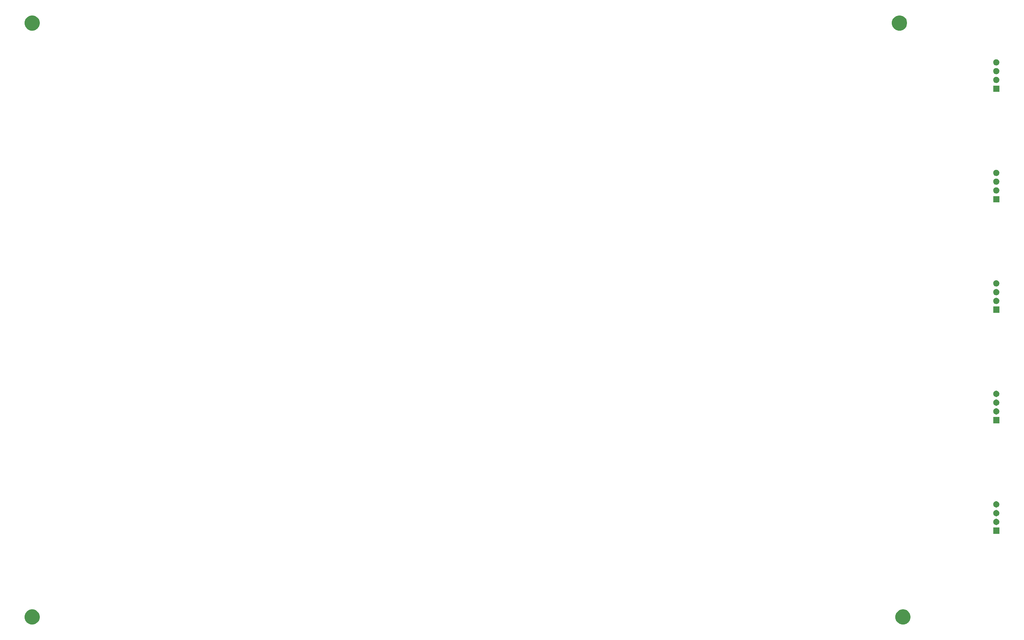
<source format=gbr>
G04 #@! TF.GenerationSoftware,KiCad,Pcbnew,(5.1.5)-3*
G04 #@! TF.CreationDate,2020-04-10T18:57:11+09:00*
G04 #@! TF.ProjectId,APA102_MENZUKE5,41504131-3032-45f4-9d45-4e5a554b4535,rev?*
G04 #@! TF.SameCoordinates,Original*
G04 #@! TF.FileFunction,Soldermask,Bot*
G04 #@! TF.FilePolarity,Negative*
%FSLAX46Y46*%
G04 Gerber Fmt 4.6, Leading zero omitted, Abs format (unit mm)*
G04 Created by KiCad (PCBNEW (5.1.5)-3) date 2020-04-10 18:57:11*
%MOMM*%
%LPD*%
G04 APERTURE LIST*
%ADD10C,0.100000*%
G04 APERTURE END LIST*
D10*
G36*
X332642007Y-202883582D02*
G01*
X333042563Y-203049498D01*
X333042565Y-203049499D01*
X333403056Y-203290371D01*
X333709629Y-203596944D01*
X333950501Y-203957435D01*
X333950502Y-203957437D01*
X334116418Y-204357993D01*
X334201000Y-204783219D01*
X334201000Y-205216781D01*
X334116418Y-205642007D01*
X333950502Y-206042563D01*
X333950501Y-206042565D01*
X333709629Y-206403056D01*
X333403056Y-206709629D01*
X333042565Y-206950501D01*
X333042564Y-206950502D01*
X333042563Y-206950502D01*
X332642007Y-207116418D01*
X332216781Y-207201000D01*
X331783219Y-207201000D01*
X331357993Y-207116418D01*
X330957437Y-206950502D01*
X330957436Y-206950502D01*
X330957435Y-206950501D01*
X330596944Y-206709629D01*
X330290371Y-206403056D01*
X330049499Y-206042565D01*
X330049498Y-206042563D01*
X329883582Y-205642007D01*
X329799000Y-205216781D01*
X329799000Y-204783219D01*
X329883582Y-204357993D01*
X330049498Y-203957437D01*
X330049499Y-203957435D01*
X330290371Y-203596944D01*
X330596944Y-203290371D01*
X330957435Y-203049499D01*
X330957437Y-203049498D01*
X331357993Y-202883582D01*
X331783219Y-202799000D01*
X332216781Y-202799000D01*
X332642007Y-202883582D01*
G37*
G36*
X80642007Y-202883582D02*
G01*
X81042563Y-203049498D01*
X81042565Y-203049499D01*
X81403056Y-203290371D01*
X81709629Y-203596944D01*
X81950501Y-203957435D01*
X81950502Y-203957437D01*
X82116418Y-204357993D01*
X82201000Y-204783219D01*
X82201000Y-205216781D01*
X82116418Y-205642007D01*
X81950502Y-206042563D01*
X81950501Y-206042565D01*
X81709629Y-206403056D01*
X81403056Y-206709629D01*
X81042565Y-206950501D01*
X81042564Y-206950502D01*
X81042563Y-206950502D01*
X80642007Y-207116418D01*
X80216781Y-207201000D01*
X79783219Y-207201000D01*
X79357993Y-207116418D01*
X78957437Y-206950502D01*
X78957436Y-206950502D01*
X78957435Y-206950501D01*
X78596944Y-206709629D01*
X78290371Y-206403056D01*
X78049499Y-206042565D01*
X78049498Y-206042563D01*
X77883582Y-205642007D01*
X77799000Y-205216781D01*
X77799000Y-204783219D01*
X77883582Y-204357993D01*
X78049498Y-203957437D01*
X78049499Y-203957435D01*
X78290371Y-203596944D01*
X78596944Y-203290371D01*
X78957435Y-203049499D01*
X78957437Y-203049498D01*
X79357993Y-202883582D01*
X79783219Y-202799000D01*
X80216781Y-202799000D01*
X80642007Y-202883582D01*
G37*
G36*
X359901000Y-180901000D02*
G01*
X358099000Y-180901000D01*
X358099000Y-179099000D01*
X359901000Y-179099000D01*
X359901000Y-180901000D01*
G37*
G36*
X359113512Y-176563927D02*
G01*
X359262812Y-176593624D01*
X359426784Y-176661544D01*
X359574354Y-176760147D01*
X359699853Y-176885646D01*
X359798456Y-177033216D01*
X359866376Y-177197188D01*
X359901000Y-177371259D01*
X359901000Y-177548741D01*
X359866376Y-177722812D01*
X359798456Y-177886784D01*
X359699853Y-178034354D01*
X359574354Y-178159853D01*
X359426784Y-178258456D01*
X359262812Y-178326376D01*
X359113512Y-178356073D01*
X359088742Y-178361000D01*
X358911258Y-178361000D01*
X358886488Y-178356073D01*
X358737188Y-178326376D01*
X358573216Y-178258456D01*
X358425646Y-178159853D01*
X358300147Y-178034354D01*
X358201544Y-177886784D01*
X358133624Y-177722812D01*
X358099000Y-177548741D01*
X358099000Y-177371259D01*
X358133624Y-177197188D01*
X358201544Y-177033216D01*
X358300147Y-176885646D01*
X358425646Y-176760147D01*
X358573216Y-176661544D01*
X358737188Y-176593624D01*
X358886488Y-176563927D01*
X358911258Y-176559000D01*
X359088742Y-176559000D01*
X359113512Y-176563927D01*
G37*
G36*
X359113512Y-174023927D02*
G01*
X359262812Y-174053624D01*
X359426784Y-174121544D01*
X359574354Y-174220147D01*
X359699853Y-174345646D01*
X359798456Y-174493216D01*
X359866376Y-174657188D01*
X359901000Y-174831259D01*
X359901000Y-175008741D01*
X359866376Y-175182812D01*
X359798456Y-175346784D01*
X359699853Y-175494354D01*
X359574354Y-175619853D01*
X359426784Y-175718456D01*
X359262812Y-175786376D01*
X359113512Y-175816073D01*
X359088742Y-175821000D01*
X358911258Y-175821000D01*
X358886488Y-175816073D01*
X358737188Y-175786376D01*
X358573216Y-175718456D01*
X358425646Y-175619853D01*
X358300147Y-175494354D01*
X358201544Y-175346784D01*
X358133624Y-175182812D01*
X358099000Y-175008741D01*
X358099000Y-174831259D01*
X358133624Y-174657188D01*
X358201544Y-174493216D01*
X358300147Y-174345646D01*
X358425646Y-174220147D01*
X358573216Y-174121544D01*
X358737188Y-174053624D01*
X358886488Y-174023927D01*
X358911258Y-174019000D01*
X359088742Y-174019000D01*
X359113512Y-174023927D01*
G37*
G36*
X359113512Y-171483927D02*
G01*
X359262812Y-171513624D01*
X359426784Y-171581544D01*
X359574354Y-171680147D01*
X359699853Y-171805646D01*
X359798456Y-171953216D01*
X359866376Y-172117188D01*
X359901000Y-172291259D01*
X359901000Y-172468741D01*
X359866376Y-172642812D01*
X359798456Y-172806784D01*
X359699853Y-172954354D01*
X359574354Y-173079853D01*
X359426784Y-173178456D01*
X359262812Y-173246376D01*
X359113512Y-173276073D01*
X359088742Y-173281000D01*
X358911258Y-173281000D01*
X358886488Y-173276073D01*
X358737188Y-173246376D01*
X358573216Y-173178456D01*
X358425646Y-173079853D01*
X358300147Y-172954354D01*
X358201544Y-172806784D01*
X358133624Y-172642812D01*
X358099000Y-172468741D01*
X358099000Y-172291259D01*
X358133624Y-172117188D01*
X358201544Y-171953216D01*
X358300147Y-171805646D01*
X358425646Y-171680147D01*
X358573216Y-171581544D01*
X358737188Y-171513624D01*
X358886488Y-171483927D01*
X358911258Y-171479000D01*
X359088742Y-171479000D01*
X359113512Y-171483927D01*
G37*
G36*
X359901000Y-148901000D02*
G01*
X358099000Y-148901000D01*
X358099000Y-147099000D01*
X359901000Y-147099000D01*
X359901000Y-148901000D01*
G37*
G36*
X359113512Y-144563927D02*
G01*
X359262812Y-144593624D01*
X359426784Y-144661544D01*
X359574354Y-144760147D01*
X359699853Y-144885646D01*
X359798456Y-145033216D01*
X359866376Y-145197188D01*
X359901000Y-145371259D01*
X359901000Y-145548741D01*
X359866376Y-145722812D01*
X359798456Y-145886784D01*
X359699853Y-146034354D01*
X359574354Y-146159853D01*
X359426784Y-146258456D01*
X359262812Y-146326376D01*
X359113512Y-146356073D01*
X359088742Y-146361000D01*
X358911258Y-146361000D01*
X358886488Y-146356073D01*
X358737188Y-146326376D01*
X358573216Y-146258456D01*
X358425646Y-146159853D01*
X358300147Y-146034354D01*
X358201544Y-145886784D01*
X358133624Y-145722812D01*
X358099000Y-145548741D01*
X358099000Y-145371259D01*
X358133624Y-145197188D01*
X358201544Y-145033216D01*
X358300147Y-144885646D01*
X358425646Y-144760147D01*
X358573216Y-144661544D01*
X358737188Y-144593624D01*
X358886488Y-144563927D01*
X358911258Y-144559000D01*
X359088742Y-144559000D01*
X359113512Y-144563927D01*
G37*
G36*
X359113512Y-142023927D02*
G01*
X359262812Y-142053624D01*
X359426784Y-142121544D01*
X359574354Y-142220147D01*
X359699853Y-142345646D01*
X359798456Y-142493216D01*
X359866376Y-142657188D01*
X359901000Y-142831259D01*
X359901000Y-143008741D01*
X359866376Y-143182812D01*
X359798456Y-143346784D01*
X359699853Y-143494354D01*
X359574354Y-143619853D01*
X359426784Y-143718456D01*
X359262812Y-143786376D01*
X359113512Y-143816073D01*
X359088742Y-143821000D01*
X358911258Y-143821000D01*
X358886488Y-143816073D01*
X358737188Y-143786376D01*
X358573216Y-143718456D01*
X358425646Y-143619853D01*
X358300147Y-143494354D01*
X358201544Y-143346784D01*
X358133624Y-143182812D01*
X358099000Y-143008741D01*
X358099000Y-142831259D01*
X358133624Y-142657188D01*
X358201544Y-142493216D01*
X358300147Y-142345646D01*
X358425646Y-142220147D01*
X358573216Y-142121544D01*
X358737188Y-142053624D01*
X358886488Y-142023927D01*
X358911258Y-142019000D01*
X359088742Y-142019000D01*
X359113512Y-142023927D01*
G37*
G36*
X359113512Y-139483927D02*
G01*
X359262812Y-139513624D01*
X359426784Y-139581544D01*
X359574354Y-139680147D01*
X359699853Y-139805646D01*
X359798456Y-139953216D01*
X359866376Y-140117188D01*
X359901000Y-140291259D01*
X359901000Y-140468741D01*
X359866376Y-140642812D01*
X359798456Y-140806784D01*
X359699853Y-140954354D01*
X359574354Y-141079853D01*
X359426784Y-141178456D01*
X359262812Y-141246376D01*
X359113512Y-141276073D01*
X359088742Y-141281000D01*
X358911258Y-141281000D01*
X358886488Y-141276073D01*
X358737188Y-141246376D01*
X358573216Y-141178456D01*
X358425646Y-141079853D01*
X358300147Y-140954354D01*
X358201544Y-140806784D01*
X358133624Y-140642812D01*
X358099000Y-140468741D01*
X358099000Y-140291259D01*
X358133624Y-140117188D01*
X358201544Y-139953216D01*
X358300147Y-139805646D01*
X358425646Y-139680147D01*
X358573216Y-139581544D01*
X358737188Y-139513624D01*
X358886488Y-139483927D01*
X358911258Y-139479000D01*
X359088742Y-139479000D01*
X359113512Y-139483927D01*
G37*
G36*
X359901000Y-116901000D02*
G01*
X358099000Y-116901000D01*
X358099000Y-115099000D01*
X359901000Y-115099000D01*
X359901000Y-116901000D01*
G37*
G36*
X359113512Y-112563927D02*
G01*
X359262812Y-112593624D01*
X359426784Y-112661544D01*
X359574354Y-112760147D01*
X359699853Y-112885646D01*
X359798456Y-113033216D01*
X359866376Y-113197188D01*
X359901000Y-113371259D01*
X359901000Y-113548741D01*
X359866376Y-113722812D01*
X359798456Y-113886784D01*
X359699853Y-114034354D01*
X359574354Y-114159853D01*
X359426784Y-114258456D01*
X359262812Y-114326376D01*
X359113512Y-114356073D01*
X359088742Y-114361000D01*
X358911258Y-114361000D01*
X358886488Y-114356073D01*
X358737188Y-114326376D01*
X358573216Y-114258456D01*
X358425646Y-114159853D01*
X358300147Y-114034354D01*
X358201544Y-113886784D01*
X358133624Y-113722812D01*
X358099000Y-113548741D01*
X358099000Y-113371259D01*
X358133624Y-113197188D01*
X358201544Y-113033216D01*
X358300147Y-112885646D01*
X358425646Y-112760147D01*
X358573216Y-112661544D01*
X358737188Y-112593624D01*
X358886488Y-112563927D01*
X358911258Y-112559000D01*
X359088742Y-112559000D01*
X359113512Y-112563927D01*
G37*
G36*
X359113512Y-110023927D02*
G01*
X359262812Y-110053624D01*
X359426784Y-110121544D01*
X359574354Y-110220147D01*
X359699853Y-110345646D01*
X359798456Y-110493216D01*
X359866376Y-110657188D01*
X359901000Y-110831259D01*
X359901000Y-111008741D01*
X359866376Y-111182812D01*
X359798456Y-111346784D01*
X359699853Y-111494354D01*
X359574354Y-111619853D01*
X359426784Y-111718456D01*
X359262812Y-111786376D01*
X359113512Y-111816073D01*
X359088742Y-111821000D01*
X358911258Y-111821000D01*
X358886488Y-111816073D01*
X358737188Y-111786376D01*
X358573216Y-111718456D01*
X358425646Y-111619853D01*
X358300147Y-111494354D01*
X358201544Y-111346784D01*
X358133624Y-111182812D01*
X358099000Y-111008741D01*
X358099000Y-110831259D01*
X358133624Y-110657188D01*
X358201544Y-110493216D01*
X358300147Y-110345646D01*
X358425646Y-110220147D01*
X358573216Y-110121544D01*
X358737188Y-110053624D01*
X358886488Y-110023927D01*
X358911258Y-110019000D01*
X359088742Y-110019000D01*
X359113512Y-110023927D01*
G37*
G36*
X359113512Y-107483927D02*
G01*
X359262812Y-107513624D01*
X359426784Y-107581544D01*
X359574354Y-107680147D01*
X359699853Y-107805646D01*
X359798456Y-107953216D01*
X359866376Y-108117188D01*
X359901000Y-108291259D01*
X359901000Y-108468741D01*
X359866376Y-108642812D01*
X359798456Y-108806784D01*
X359699853Y-108954354D01*
X359574354Y-109079853D01*
X359426784Y-109178456D01*
X359262812Y-109246376D01*
X359113512Y-109276073D01*
X359088742Y-109281000D01*
X358911258Y-109281000D01*
X358886488Y-109276073D01*
X358737188Y-109246376D01*
X358573216Y-109178456D01*
X358425646Y-109079853D01*
X358300147Y-108954354D01*
X358201544Y-108806784D01*
X358133624Y-108642812D01*
X358099000Y-108468741D01*
X358099000Y-108291259D01*
X358133624Y-108117188D01*
X358201544Y-107953216D01*
X358300147Y-107805646D01*
X358425646Y-107680147D01*
X358573216Y-107581544D01*
X358737188Y-107513624D01*
X358886488Y-107483927D01*
X358911258Y-107479000D01*
X359088742Y-107479000D01*
X359113512Y-107483927D01*
G37*
G36*
X359901000Y-84901000D02*
G01*
X358099000Y-84901000D01*
X358099000Y-83099000D01*
X359901000Y-83099000D01*
X359901000Y-84901000D01*
G37*
G36*
X359113512Y-80563927D02*
G01*
X359262812Y-80593624D01*
X359426784Y-80661544D01*
X359574354Y-80760147D01*
X359699853Y-80885646D01*
X359798456Y-81033216D01*
X359866376Y-81197188D01*
X359901000Y-81371259D01*
X359901000Y-81548741D01*
X359866376Y-81722812D01*
X359798456Y-81886784D01*
X359699853Y-82034354D01*
X359574354Y-82159853D01*
X359426784Y-82258456D01*
X359262812Y-82326376D01*
X359113512Y-82356073D01*
X359088742Y-82361000D01*
X358911258Y-82361000D01*
X358886488Y-82356073D01*
X358737188Y-82326376D01*
X358573216Y-82258456D01*
X358425646Y-82159853D01*
X358300147Y-82034354D01*
X358201544Y-81886784D01*
X358133624Y-81722812D01*
X358099000Y-81548741D01*
X358099000Y-81371259D01*
X358133624Y-81197188D01*
X358201544Y-81033216D01*
X358300147Y-80885646D01*
X358425646Y-80760147D01*
X358573216Y-80661544D01*
X358737188Y-80593624D01*
X358886488Y-80563927D01*
X358911258Y-80559000D01*
X359088742Y-80559000D01*
X359113512Y-80563927D01*
G37*
G36*
X359113512Y-78023927D02*
G01*
X359262812Y-78053624D01*
X359426784Y-78121544D01*
X359574354Y-78220147D01*
X359699853Y-78345646D01*
X359798456Y-78493216D01*
X359866376Y-78657188D01*
X359901000Y-78831259D01*
X359901000Y-79008741D01*
X359866376Y-79182812D01*
X359798456Y-79346784D01*
X359699853Y-79494354D01*
X359574354Y-79619853D01*
X359426784Y-79718456D01*
X359262812Y-79786376D01*
X359113512Y-79816073D01*
X359088742Y-79821000D01*
X358911258Y-79821000D01*
X358886488Y-79816073D01*
X358737188Y-79786376D01*
X358573216Y-79718456D01*
X358425646Y-79619853D01*
X358300147Y-79494354D01*
X358201544Y-79346784D01*
X358133624Y-79182812D01*
X358099000Y-79008741D01*
X358099000Y-78831259D01*
X358133624Y-78657188D01*
X358201544Y-78493216D01*
X358300147Y-78345646D01*
X358425646Y-78220147D01*
X358573216Y-78121544D01*
X358737188Y-78053624D01*
X358886488Y-78023927D01*
X358911258Y-78019000D01*
X359088742Y-78019000D01*
X359113512Y-78023927D01*
G37*
G36*
X359113512Y-75483927D02*
G01*
X359262812Y-75513624D01*
X359426784Y-75581544D01*
X359574354Y-75680147D01*
X359699853Y-75805646D01*
X359798456Y-75953216D01*
X359866376Y-76117188D01*
X359901000Y-76291259D01*
X359901000Y-76468741D01*
X359866376Y-76642812D01*
X359798456Y-76806784D01*
X359699853Y-76954354D01*
X359574354Y-77079853D01*
X359426784Y-77178456D01*
X359262812Y-77246376D01*
X359113512Y-77276073D01*
X359088742Y-77281000D01*
X358911258Y-77281000D01*
X358886488Y-77276073D01*
X358737188Y-77246376D01*
X358573216Y-77178456D01*
X358425646Y-77079853D01*
X358300147Y-76954354D01*
X358201544Y-76806784D01*
X358133624Y-76642812D01*
X358099000Y-76468741D01*
X358099000Y-76291259D01*
X358133624Y-76117188D01*
X358201544Y-75953216D01*
X358300147Y-75805646D01*
X358425646Y-75680147D01*
X358573216Y-75581544D01*
X358737188Y-75513624D01*
X358886488Y-75483927D01*
X358911258Y-75479000D01*
X359088742Y-75479000D01*
X359113512Y-75483927D01*
G37*
G36*
X359901000Y-52901000D02*
G01*
X358099000Y-52901000D01*
X358099000Y-51099000D01*
X359901000Y-51099000D01*
X359901000Y-52901000D01*
G37*
G36*
X359113512Y-48563927D02*
G01*
X359262812Y-48593624D01*
X359426784Y-48661544D01*
X359574354Y-48760147D01*
X359699853Y-48885646D01*
X359798456Y-49033216D01*
X359866376Y-49197188D01*
X359901000Y-49371259D01*
X359901000Y-49548741D01*
X359866376Y-49722812D01*
X359798456Y-49886784D01*
X359699853Y-50034354D01*
X359574354Y-50159853D01*
X359426784Y-50258456D01*
X359262812Y-50326376D01*
X359113512Y-50356073D01*
X359088742Y-50361000D01*
X358911258Y-50361000D01*
X358886488Y-50356073D01*
X358737188Y-50326376D01*
X358573216Y-50258456D01*
X358425646Y-50159853D01*
X358300147Y-50034354D01*
X358201544Y-49886784D01*
X358133624Y-49722812D01*
X358099000Y-49548741D01*
X358099000Y-49371259D01*
X358133624Y-49197188D01*
X358201544Y-49033216D01*
X358300147Y-48885646D01*
X358425646Y-48760147D01*
X358573216Y-48661544D01*
X358737188Y-48593624D01*
X358886488Y-48563927D01*
X358911258Y-48559000D01*
X359088742Y-48559000D01*
X359113512Y-48563927D01*
G37*
G36*
X359113512Y-46023927D02*
G01*
X359262812Y-46053624D01*
X359426784Y-46121544D01*
X359574354Y-46220147D01*
X359699853Y-46345646D01*
X359798456Y-46493216D01*
X359866376Y-46657188D01*
X359901000Y-46831259D01*
X359901000Y-47008741D01*
X359866376Y-47182812D01*
X359798456Y-47346784D01*
X359699853Y-47494354D01*
X359574354Y-47619853D01*
X359426784Y-47718456D01*
X359262812Y-47786376D01*
X359113512Y-47816073D01*
X359088742Y-47821000D01*
X358911258Y-47821000D01*
X358886488Y-47816073D01*
X358737188Y-47786376D01*
X358573216Y-47718456D01*
X358425646Y-47619853D01*
X358300147Y-47494354D01*
X358201544Y-47346784D01*
X358133624Y-47182812D01*
X358099000Y-47008741D01*
X358099000Y-46831259D01*
X358133624Y-46657188D01*
X358201544Y-46493216D01*
X358300147Y-46345646D01*
X358425646Y-46220147D01*
X358573216Y-46121544D01*
X358737188Y-46053624D01*
X358886488Y-46023927D01*
X358911258Y-46019000D01*
X359088742Y-46019000D01*
X359113512Y-46023927D01*
G37*
G36*
X359113512Y-43483927D02*
G01*
X359262812Y-43513624D01*
X359426784Y-43581544D01*
X359574354Y-43680147D01*
X359699853Y-43805646D01*
X359798456Y-43953216D01*
X359866376Y-44117188D01*
X359901000Y-44291259D01*
X359901000Y-44468741D01*
X359866376Y-44642812D01*
X359798456Y-44806784D01*
X359699853Y-44954354D01*
X359574354Y-45079853D01*
X359426784Y-45178456D01*
X359262812Y-45246376D01*
X359113512Y-45276073D01*
X359088742Y-45281000D01*
X358911258Y-45281000D01*
X358886488Y-45276073D01*
X358737188Y-45246376D01*
X358573216Y-45178456D01*
X358425646Y-45079853D01*
X358300147Y-44954354D01*
X358201544Y-44806784D01*
X358133624Y-44642812D01*
X358099000Y-44468741D01*
X358099000Y-44291259D01*
X358133624Y-44117188D01*
X358201544Y-43953216D01*
X358300147Y-43805646D01*
X358425646Y-43680147D01*
X358573216Y-43581544D01*
X358737188Y-43513624D01*
X358886488Y-43483927D01*
X358911258Y-43479000D01*
X359088742Y-43479000D01*
X359113512Y-43483927D01*
G37*
G36*
X331642007Y-30883582D02*
G01*
X332042563Y-31049498D01*
X332042565Y-31049499D01*
X332403056Y-31290371D01*
X332709629Y-31596944D01*
X332950501Y-31957435D01*
X332950502Y-31957437D01*
X333116418Y-32357993D01*
X333201000Y-32783219D01*
X333201000Y-33216781D01*
X333116418Y-33642007D01*
X332950502Y-34042563D01*
X332950501Y-34042565D01*
X332709629Y-34403056D01*
X332403056Y-34709629D01*
X332042565Y-34950501D01*
X332042564Y-34950502D01*
X332042563Y-34950502D01*
X331642007Y-35116418D01*
X331216781Y-35201000D01*
X330783219Y-35201000D01*
X330357993Y-35116418D01*
X329957437Y-34950502D01*
X329957436Y-34950502D01*
X329957435Y-34950501D01*
X329596944Y-34709629D01*
X329290371Y-34403056D01*
X329049499Y-34042565D01*
X329049498Y-34042563D01*
X328883582Y-33642007D01*
X328799000Y-33216781D01*
X328799000Y-32783219D01*
X328883582Y-32357993D01*
X329049498Y-31957437D01*
X329049499Y-31957435D01*
X329290371Y-31596944D01*
X329596944Y-31290371D01*
X329957435Y-31049499D01*
X329957437Y-31049498D01*
X330357993Y-30883582D01*
X330783219Y-30799000D01*
X331216781Y-30799000D01*
X331642007Y-30883582D01*
G37*
G36*
X80642007Y-30883582D02*
G01*
X81042563Y-31049498D01*
X81042565Y-31049499D01*
X81403056Y-31290371D01*
X81709629Y-31596944D01*
X81950501Y-31957435D01*
X81950502Y-31957437D01*
X82116418Y-32357993D01*
X82201000Y-32783219D01*
X82201000Y-33216781D01*
X82116418Y-33642007D01*
X81950502Y-34042563D01*
X81950501Y-34042565D01*
X81709629Y-34403056D01*
X81403056Y-34709629D01*
X81042565Y-34950501D01*
X81042564Y-34950502D01*
X81042563Y-34950502D01*
X80642007Y-35116418D01*
X80216781Y-35201000D01*
X79783219Y-35201000D01*
X79357993Y-35116418D01*
X78957437Y-34950502D01*
X78957436Y-34950502D01*
X78957435Y-34950501D01*
X78596944Y-34709629D01*
X78290371Y-34403056D01*
X78049499Y-34042565D01*
X78049498Y-34042563D01*
X77883582Y-33642007D01*
X77799000Y-33216781D01*
X77799000Y-32783219D01*
X77883582Y-32357993D01*
X78049498Y-31957437D01*
X78049499Y-31957435D01*
X78290371Y-31596944D01*
X78596944Y-31290371D01*
X78957435Y-31049499D01*
X78957437Y-31049498D01*
X79357993Y-30883582D01*
X79783219Y-30799000D01*
X80216781Y-30799000D01*
X80642007Y-30883582D01*
G37*
M02*

</source>
